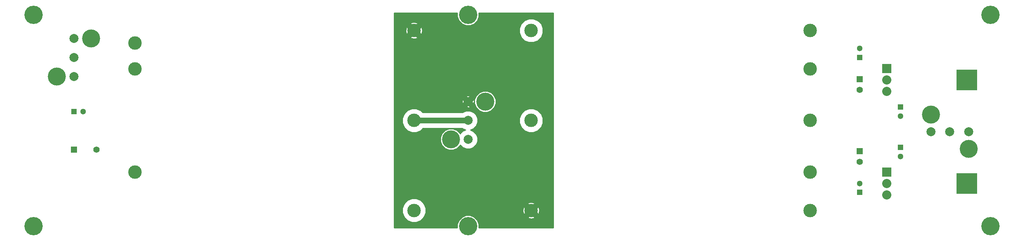
<source format=gbl>
G04 (created by PCBNEW (2013-06-11 BZR 4021)-stable) date Thu 06 Feb 2014 10:57:33 PM CST*
%MOIN*%
G04 Gerber Fmt 3.4, Leading zero omitted, Abs format*
%FSLAX34Y34*%
G01*
G70*
G90*
G04 APERTURE LIST*
%ADD10C,0.00590551*%
%ADD11C,0.08*%
%ADD12R,0.08X0.08*%
%ADD13R,0.18X0.18*%
%ADD14R,0.0551181X0.0551181*%
%ADD15C,0.0551181*%
%ADD16R,0.0511811X0.0511811*%
%ADD17C,0.0511811*%
%ADD18C,0.0787402*%
%ADD19C,0.15748*%
%ADD20C,0.11811*%
%ADD21C,0.16*%
%ADD22C,0.05*%
%ADD23C,0.01*%
G04 APERTURE END LIST*
G54D10*
G54D11*
X131102Y-91338D03*
X131102Y-92338D03*
G54D12*
X131102Y-90338D03*
G54D13*
X138102Y-91338D03*
G54D11*
X131102Y-82283D03*
X131102Y-83283D03*
G54D12*
X131102Y-81283D03*
G54D13*
X138102Y-82283D03*
G54D14*
X128740Y-88503D03*
G54D15*
X128740Y-89448D03*
G54D14*
X128740Y-82204D03*
G54D15*
X128740Y-83149D03*
G54D16*
X128740Y-80314D03*
G54D17*
X128740Y-79527D03*
G54D16*
X128740Y-92125D03*
G54D17*
X128740Y-91338D03*
G54D16*
X132283Y-88188D03*
G54D17*
X132283Y-88976D03*
G54D16*
X132283Y-84645D03*
G54D17*
X132283Y-85433D03*
G54D16*
X60039Y-85039D03*
G54D17*
X60826Y-85039D03*
G54D14*
X60039Y-88385D03*
G54D15*
X62007Y-88385D03*
G54D18*
X60039Y-81968D03*
X60039Y-80314D03*
X60039Y-78661D03*
G54D19*
X61535Y-78661D03*
X58543Y-81968D03*
G54D18*
X134960Y-86811D03*
X136614Y-86811D03*
X138267Y-86811D03*
G54D19*
X138267Y-88307D03*
X134960Y-85314D03*
G54D18*
X94488Y-84173D03*
X94488Y-85826D03*
X94488Y-87480D03*
G54D19*
X92992Y-87480D03*
X95984Y-84173D03*
G54D20*
X89763Y-77952D03*
X89763Y-85826D03*
X89763Y-93700D03*
X65354Y-79055D03*
X65354Y-81299D03*
X65354Y-90354D03*
X100000Y-85826D03*
X100000Y-93700D03*
X100000Y-77952D03*
X124409Y-93700D03*
X124409Y-90354D03*
X124409Y-85826D03*
X124409Y-81299D03*
X124409Y-77952D03*
G54D21*
X140157Y-76574D03*
X140157Y-95078D03*
X56496Y-76574D03*
X56496Y-95078D03*
X94488Y-76574D03*
X94488Y-95078D03*
G54D22*
X94488Y-85826D02*
X89763Y-85826D01*
G54D10*
G36*
X101918Y-95225D02*
X101040Y-95225D01*
X101040Y-85620D01*
X101040Y-77746D01*
X100882Y-77364D01*
X100590Y-77071D01*
X100207Y-76912D01*
X99793Y-76912D01*
X99411Y-77070D01*
X99118Y-77362D01*
X98959Y-77744D01*
X98959Y-78158D01*
X99117Y-78541D01*
X99409Y-78834D01*
X99792Y-78993D01*
X100206Y-78993D01*
X100588Y-78835D01*
X100881Y-78542D01*
X101040Y-78160D01*
X101040Y-77746D01*
X101040Y-85620D01*
X100882Y-85238D01*
X100590Y-84945D01*
X100207Y-84786D01*
X99793Y-84786D01*
X99411Y-84944D01*
X99118Y-85236D01*
X98959Y-85618D01*
X98959Y-86032D01*
X99117Y-86415D01*
X99409Y-86708D01*
X99792Y-86867D01*
X100206Y-86867D01*
X100588Y-86709D01*
X100881Y-86416D01*
X101040Y-86034D01*
X101040Y-85620D01*
X101040Y-95225D01*
X100734Y-95225D01*
X100734Y-93671D01*
X100689Y-93447D01*
X100617Y-93366D01*
X100334Y-93649D01*
X100334Y-93083D01*
X100253Y-93011D01*
X99970Y-92966D01*
X99746Y-93011D01*
X99665Y-93083D01*
X100000Y-93417D01*
X100334Y-93083D01*
X100334Y-93649D01*
X100282Y-93700D01*
X100617Y-94035D01*
X100689Y-93954D01*
X100734Y-93671D01*
X100734Y-95225D01*
X100334Y-95225D01*
X100334Y-94318D01*
X100000Y-93983D01*
X99717Y-94266D01*
X99717Y-93700D01*
X99382Y-93366D01*
X99310Y-93447D01*
X99265Y-93730D01*
X99310Y-93954D01*
X99382Y-94035D01*
X99717Y-93700D01*
X99717Y-94266D01*
X99665Y-94318D01*
X99746Y-94390D01*
X100029Y-94434D01*
X100253Y-94390D01*
X100334Y-94318D01*
X100334Y-95225D01*
X96921Y-95225D01*
X96921Y-83987D01*
X96779Y-83642D01*
X96515Y-83379D01*
X96171Y-83235D01*
X95798Y-83235D01*
X95453Y-83378D01*
X95190Y-83641D01*
X95047Y-83985D01*
X95046Y-84358D01*
X95189Y-84703D01*
X95452Y-84967D01*
X95796Y-85110D01*
X96169Y-85110D01*
X96514Y-84968D01*
X96778Y-84704D01*
X96921Y-84360D01*
X96921Y-83987D01*
X96921Y-95225D01*
X95438Y-95225D01*
X95438Y-94890D01*
X95332Y-94633D01*
X95332Y-87313D01*
X95203Y-87003D01*
X94966Y-86765D01*
X94696Y-86653D01*
X94965Y-86542D01*
X95203Y-86305D01*
X95331Y-85995D01*
X95332Y-85659D01*
X95203Y-85349D01*
X95016Y-85162D01*
X95016Y-84097D01*
X95005Y-84040D01*
X94953Y-83986D01*
X94766Y-84173D01*
X94953Y-84360D01*
X95005Y-84305D01*
X95016Y-84097D01*
X95016Y-85162D01*
X94966Y-85111D01*
X94675Y-84990D01*
X94675Y-84638D01*
X94675Y-83707D01*
X94620Y-83655D01*
X94412Y-83644D01*
X94355Y-83655D01*
X94301Y-83707D01*
X94488Y-83894D01*
X94675Y-83707D01*
X94675Y-84638D01*
X94488Y-84451D01*
X94301Y-84638D01*
X94355Y-84690D01*
X94563Y-84701D01*
X94620Y-84690D01*
X94675Y-84638D01*
X94675Y-84990D01*
X94656Y-84983D01*
X94321Y-84982D01*
X94209Y-85028D01*
X94209Y-84173D01*
X94022Y-83986D01*
X93970Y-84040D01*
X93959Y-84248D01*
X93970Y-84305D01*
X94022Y-84360D01*
X94209Y-84173D01*
X94209Y-85028D01*
X94010Y-85111D01*
X93995Y-85126D01*
X90535Y-85126D01*
X90497Y-85089D01*
X90497Y-77923D01*
X90453Y-77699D01*
X90381Y-77618D01*
X90098Y-77901D01*
X90098Y-77335D01*
X90017Y-77263D01*
X89734Y-77218D01*
X89510Y-77263D01*
X89429Y-77335D01*
X89763Y-77669D01*
X90098Y-77335D01*
X90098Y-77901D01*
X90046Y-77952D01*
X90381Y-78287D01*
X90453Y-78206D01*
X90497Y-77923D01*
X90497Y-85089D01*
X90353Y-84945D01*
X90098Y-84838D01*
X90098Y-78570D01*
X89763Y-78235D01*
X89480Y-78518D01*
X89480Y-77952D01*
X89146Y-77618D01*
X89074Y-77699D01*
X89029Y-77982D01*
X89074Y-78206D01*
X89146Y-78287D01*
X89480Y-77952D01*
X89480Y-78518D01*
X89429Y-78570D01*
X89510Y-78642D01*
X89793Y-78686D01*
X90017Y-78642D01*
X90098Y-78570D01*
X90098Y-84838D01*
X89971Y-84786D01*
X89557Y-84786D01*
X89175Y-84944D01*
X88882Y-85236D01*
X88723Y-85618D01*
X88723Y-86032D01*
X88881Y-86415D01*
X89173Y-86708D01*
X89555Y-86867D01*
X89969Y-86867D01*
X90352Y-86709D01*
X90535Y-86526D01*
X93994Y-86526D01*
X94009Y-86541D01*
X94279Y-86653D01*
X94010Y-86764D01*
X93798Y-86976D01*
X93787Y-86950D01*
X93523Y-86686D01*
X93179Y-86543D01*
X92806Y-86542D01*
X92461Y-86685D01*
X92197Y-86948D01*
X92054Y-87293D01*
X92054Y-87665D01*
X92196Y-88010D01*
X92460Y-88274D01*
X92804Y-88417D01*
X93177Y-88417D01*
X93522Y-88275D01*
X93786Y-88012D01*
X93798Y-87983D01*
X94009Y-88195D01*
X94319Y-88323D01*
X94655Y-88324D01*
X94965Y-88195D01*
X95203Y-87958D01*
X95331Y-87648D01*
X95332Y-87313D01*
X95332Y-94633D01*
X95294Y-94541D01*
X95027Y-94273D01*
X94677Y-94128D01*
X94300Y-94128D01*
X93950Y-94272D01*
X93683Y-94539D01*
X93538Y-94888D01*
X93538Y-95225D01*
X90804Y-95225D01*
X90804Y-93494D01*
X90646Y-93112D01*
X90353Y-92819D01*
X89971Y-92660D01*
X89557Y-92660D01*
X89175Y-92818D01*
X88882Y-93110D01*
X88723Y-93492D01*
X88723Y-93906D01*
X88881Y-94289D01*
X89173Y-94582D01*
X89555Y-94741D01*
X89969Y-94741D01*
X90352Y-94583D01*
X90645Y-94290D01*
X90804Y-93908D01*
X90804Y-93494D01*
X90804Y-95225D01*
X88042Y-95225D01*
X88042Y-76427D01*
X93538Y-76427D01*
X93538Y-76762D01*
X93682Y-77112D01*
X93949Y-77379D01*
X94298Y-77524D01*
X94676Y-77524D01*
X95025Y-77380D01*
X95293Y-77113D01*
X95438Y-76764D01*
X95438Y-76427D01*
X101918Y-76427D01*
X101918Y-95225D01*
X101918Y-95225D01*
G37*
G54D23*
X101918Y-95225D02*
X101040Y-95225D01*
X101040Y-85620D01*
X101040Y-77746D01*
X100882Y-77364D01*
X100590Y-77071D01*
X100207Y-76912D01*
X99793Y-76912D01*
X99411Y-77070D01*
X99118Y-77362D01*
X98959Y-77744D01*
X98959Y-78158D01*
X99117Y-78541D01*
X99409Y-78834D01*
X99792Y-78993D01*
X100206Y-78993D01*
X100588Y-78835D01*
X100881Y-78542D01*
X101040Y-78160D01*
X101040Y-77746D01*
X101040Y-85620D01*
X100882Y-85238D01*
X100590Y-84945D01*
X100207Y-84786D01*
X99793Y-84786D01*
X99411Y-84944D01*
X99118Y-85236D01*
X98959Y-85618D01*
X98959Y-86032D01*
X99117Y-86415D01*
X99409Y-86708D01*
X99792Y-86867D01*
X100206Y-86867D01*
X100588Y-86709D01*
X100881Y-86416D01*
X101040Y-86034D01*
X101040Y-85620D01*
X101040Y-95225D01*
X100734Y-95225D01*
X100734Y-93671D01*
X100689Y-93447D01*
X100617Y-93366D01*
X100334Y-93649D01*
X100334Y-93083D01*
X100253Y-93011D01*
X99970Y-92966D01*
X99746Y-93011D01*
X99665Y-93083D01*
X100000Y-93417D01*
X100334Y-93083D01*
X100334Y-93649D01*
X100282Y-93700D01*
X100617Y-94035D01*
X100689Y-93954D01*
X100734Y-93671D01*
X100734Y-95225D01*
X100334Y-95225D01*
X100334Y-94318D01*
X100000Y-93983D01*
X99717Y-94266D01*
X99717Y-93700D01*
X99382Y-93366D01*
X99310Y-93447D01*
X99265Y-93730D01*
X99310Y-93954D01*
X99382Y-94035D01*
X99717Y-93700D01*
X99717Y-94266D01*
X99665Y-94318D01*
X99746Y-94390D01*
X100029Y-94434D01*
X100253Y-94390D01*
X100334Y-94318D01*
X100334Y-95225D01*
X96921Y-95225D01*
X96921Y-83987D01*
X96779Y-83642D01*
X96515Y-83379D01*
X96171Y-83235D01*
X95798Y-83235D01*
X95453Y-83378D01*
X95190Y-83641D01*
X95047Y-83985D01*
X95046Y-84358D01*
X95189Y-84703D01*
X95452Y-84967D01*
X95796Y-85110D01*
X96169Y-85110D01*
X96514Y-84968D01*
X96778Y-84704D01*
X96921Y-84360D01*
X96921Y-83987D01*
X96921Y-95225D01*
X95438Y-95225D01*
X95438Y-94890D01*
X95332Y-94633D01*
X95332Y-87313D01*
X95203Y-87003D01*
X94966Y-86765D01*
X94696Y-86653D01*
X94965Y-86542D01*
X95203Y-86305D01*
X95331Y-85995D01*
X95332Y-85659D01*
X95203Y-85349D01*
X95016Y-85162D01*
X95016Y-84097D01*
X95005Y-84040D01*
X94953Y-83986D01*
X94766Y-84173D01*
X94953Y-84360D01*
X95005Y-84305D01*
X95016Y-84097D01*
X95016Y-85162D01*
X94966Y-85111D01*
X94675Y-84990D01*
X94675Y-84638D01*
X94675Y-83707D01*
X94620Y-83655D01*
X94412Y-83644D01*
X94355Y-83655D01*
X94301Y-83707D01*
X94488Y-83894D01*
X94675Y-83707D01*
X94675Y-84638D01*
X94488Y-84451D01*
X94301Y-84638D01*
X94355Y-84690D01*
X94563Y-84701D01*
X94620Y-84690D01*
X94675Y-84638D01*
X94675Y-84990D01*
X94656Y-84983D01*
X94321Y-84982D01*
X94209Y-85028D01*
X94209Y-84173D01*
X94022Y-83986D01*
X93970Y-84040D01*
X93959Y-84248D01*
X93970Y-84305D01*
X94022Y-84360D01*
X94209Y-84173D01*
X94209Y-85028D01*
X94010Y-85111D01*
X93995Y-85126D01*
X90535Y-85126D01*
X90497Y-85089D01*
X90497Y-77923D01*
X90453Y-77699D01*
X90381Y-77618D01*
X90098Y-77901D01*
X90098Y-77335D01*
X90017Y-77263D01*
X89734Y-77218D01*
X89510Y-77263D01*
X89429Y-77335D01*
X89763Y-77669D01*
X90098Y-77335D01*
X90098Y-77901D01*
X90046Y-77952D01*
X90381Y-78287D01*
X90453Y-78206D01*
X90497Y-77923D01*
X90497Y-85089D01*
X90353Y-84945D01*
X90098Y-84838D01*
X90098Y-78570D01*
X89763Y-78235D01*
X89480Y-78518D01*
X89480Y-77952D01*
X89146Y-77618D01*
X89074Y-77699D01*
X89029Y-77982D01*
X89074Y-78206D01*
X89146Y-78287D01*
X89480Y-77952D01*
X89480Y-78518D01*
X89429Y-78570D01*
X89510Y-78642D01*
X89793Y-78686D01*
X90017Y-78642D01*
X90098Y-78570D01*
X90098Y-84838D01*
X89971Y-84786D01*
X89557Y-84786D01*
X89175Y-84944D01*
X88882Y-85236D01*
X88723Y-85618D01*
X88723Y-86032D01*
X88881Y-86415D01*
X89173Y-86708D01*
X89555Y-86867D01*
X89969Y-86867D01*
X90352Y-86709D01*
X90535Y-86526D01*
X93994Y-86526D01*
X94009Y-86541D01*
X94279Y-86653D01*
X94010Y-86764D01*
X93798Y-86976D01*
X93787Y-86950D01*
X93523Y-86686D01*
X93179Y-86543D01*
X92806Y-86542D01*
X92461Y-86685D01*
X92197Y-86948D01*
X92054Y-87293D01*
X92054Y-87665D01*
X92196Y-88010D01*
X92460Y-88274D01*
X92804Y-88417D01*
X93177Y-88417D01*
X93522Y-88275D01*
X93786Y-88012D01*
X93798Y-87983D01*
X94009Y-88195D01*
X94319Y-88323D01*
X94655Y-88324D01*
X94965Y-88195D01*
X95203Y-87958D01*
X95331Y-87648D01*
X95332Y-87313D01*
X95332Y-94633D01*
X95294Y-94541D01*
X95027Y-94273D01*
X94677Y-94128D01*
X94300Y-94128D01*
X93950Y-94272D01*
X93683Y-94539D01*
X93538Y-94888D01*
X93538Y-95225D01*
X90804Y-95225D01*
X90804Y-93494D01*
X90646Y-93112D01*
X90353Y-92819D01*
X89971Y-92660D01*
X89557Y-92660D01*
X89175Y-92818D01*
X88882Y-93110D01*
X88723Y-93492D01*
X88723Y-93906D01*
X88881Y-94289D01*
X89173Y-94582D01*
X89555Y-94741D01*
X89969Y-94741D01*
X90352Y-94583D01*
X90645Y-94290D01*
X90804Y-93908D01*
X90804Y-93494D01*
X90804Y-95225D01*
X88042Y-95225D01*
X88042Y-76427D01*
X93538Y-76427D01*
X93538Y-76762D01*
X93682Y-77112D01*
X93949Y-77379D01*
X94298Y-77524D01*
X94676Y-77524D01*
X95025Y-77380D01*
X95293Y-77113D01*
X95438Y-76764D01*
X95438Y-76427D01*
X101918Y-76427D01*
X101918Y-95225D01*
M02*

</source>
